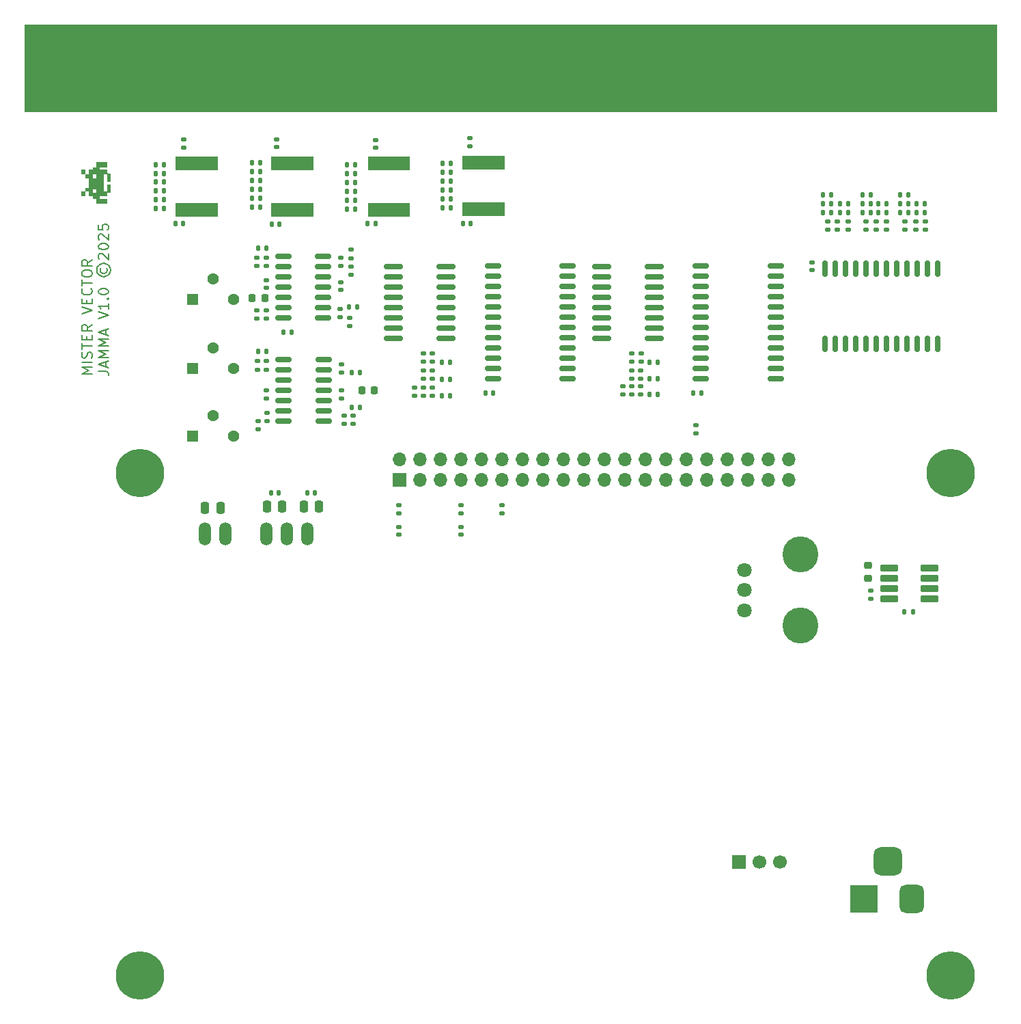
<source format=gbr>
%TF.GenerationSoftware,KiCad,Pcbnew,9.0.2-rc1*%
%TF.CreationDate,2025-07-09T15:34:15-06:00*%
%TF.ProjectId,mister-vector,6d697374-6572-42d7-9665-63746f722e6b,rev?*%
%TF.SameCoordinates,Original*%
%TF.FileFunction,Soldermask,Top*%
%TF.FilePolarity,Negative*%
%FSLAX46Y46*%
G04 Gerber Fmt 4.6, Leading zero omitted, Abs format (unit mm)*
G04 Created by KiCad (PCBNEW 9.0.2-rc1) date 2025-07-09 15:34:15*
%MOMM*%
%LPD*%
G01*
G04 APERTURE LIST*
G04 Aperture macros list*
%AMRoundRect*
0 Rectangle with rounded corners*
0 $1 Rounding radius*
0 $2 $3 $4 $5 $6 $7 $8 $9 X,Y pos of 4 corners*
0 Add a 4 corners polygon primitive as box body*
4,1,4,$2,$3,$4,$5,$6,$7,$8,$9,$2,$3,0*
0 Add four circle primitives for the rounded corners*
1,1,$1+$1,$2,$3*
1,1,$1+$1,$4,$5*
1,1,$1+$1,$6,$7*
1,1,$1+$1,$8,$9*
0 Add four rect primitives between the rounded corners*
20,1,$1+$1,$2,$3,$4,$5,0*
20,1,$1+$1,$4,$5,$6,$7,0*
20,1,$1+$1,$6,$7,$8,$9,0*
20,1,$1+$1,$8,$9,$2,$3,0*%
G04 Aperture macros list end*
%ADD10C,0.203200*%
%ADD11C,0.000000*%
%ADD12C,0.100000*%
%ADD13RoundRect,0.140000X0.170000X-0.140000X0.170000X0.140000X-0.170000X0.140000X-0.170000X-0.140000X0*%
%ADD14C,1.800000*%
%ADD15C,4.460000*%
%ADD16RoundRect,0.150000X0.150000X-0.875000X0.150000X0.875000X-0.150000X0.875000X-0.150000X-0.875000X0*%
%ADD17RoundRect,0.150000X0.825000X0.150000X-0.825000X0.150000X-0.825000X-0.150000X0.825000X-0.150000X0*%
%ADD18RoundRect,0.135000X0.185000X-0.135000X0.185000X0.135000X-0.185000X0.135000X-0.185000X-0.135000X0*%
%ADD19RoundRect,0.135000X-0.185000X0.135000X-0.185000X-0.135000X0.185000X-0.135000X0.185000X0.135000X0*%
%ADD20C,0.800000*%
%ADD21C,6.000000*%
%ADD22RoundRect,0.135000X0.135000X0.185000X-0.135000X0.185000X-0.135000X-0.185000X0.135000X-0.185000X0*%
%ADD23RoundRect,0.135000X-0.135000X-0.185000X0.135000X-0.185000X0.135000X0.185000X-0.135000X0.185000X0*%
%ADD24RoundRect,0.140000X0.140000X0.170000X-0.140000X0.170000X-0.140000X-0.170000X0.140000X-0.170000X0*%
%ADD25RoundRect,0.875000X0.875000X0.875000X-0.875000X0.875000X-0.875000X-0.875000X0.875000X-0.875000X0*%
%ADD26RoundRect,0.750000X0.750000X1.000000X-0.750000X1.000000X-0.750000X-1.000000X0.750000X-1.000000X0*%
%ADD27R,3.500000X3.500000*%
%ADD28RoundRect,0.225000X0.250000X-0.225000X0.250000X0.225000X-0.250000X0.225000X-0.250000X-0.225000X0*%
%ADD29RoundRect,0.076750X0.230250X-0.810250X0.230250X0.810250X-0.230250X0.810250X-0.230250X-0.810250X0*%
%ADD30C,1.700000*%
%ADD31R,1.700000X1.700000*%
%ADD32O,1.524000X2.844800*%
%ADD33RoundRect,0.150000X1.050000X0.150000X-1.050000X0.150000X-1.050000X-0.150000X1.050000X-0.150000X0*%
%ADD34RoundRect,0.150000X0.875000X0.150000X-0.875000X0.150000X-0.875000X-0.150000X0.875000X-0.150000X0*%
%ADD35RoundRect,0.140000X-0.170000X0.140000X-0.170000X-0.140000X0.170000X-0.140000X0.170000X0.140000X0*%
%ADD36RoundRect,0.250000X-0.250000X-0.475000X0.250000X-0.475000X0.250000X0.475000X-0.250000X0.475000X0*%
%ADD37C,1.426000*%
%ADD38RoundRect,0.102000X-0.611000X-0.611000X0.611000X-0.611000X0.611000X0.611000X-0.611000X0.611000X0*%
%ADD39RoundRect,0.250000X0.250000X0.475000X-0.250000X0.475000X-0.250000X-0.475000X0.250000X-0.475000X0*%
%ADD40RoundRect,0.225000X0.225000X0.250000X-0.225000X0.250000X-0.225000X-0.250000X0.225000X-0.250000X0*%
%ADD41RoundRect,0.225000X-0.225000X-0.250000X0.225000X-0.250000X0.225000X0.250000X-0.225000X0.250000X0*%
%ADD42RoundRect,0.100500X-0.986500X-0.301500X0.986500X-0.301500X0.986500X0.301500X-0.986500X0.301500X0*%
%ADD43R,2.350000X8.000000*%
%ADD44O,1.700000X1.700000*%
G04 APERTURE END LIST*
D10*
X52962645Y-80449935D02*
X51692645Y-80449935D01*
X51692645Y-80449935D02*
X52599788Y-80026601D01*
X52599788Y-80026601D02*
X51692645Y-79603268D01*
X51692645Y-79603268D02*
X52962645Y-79603268D01*
X52962645Y-78998506D02*
X51692645Y-78998506D01*
X52902169Y-78454220D02*
X52962645Y-78272791D01*
X52962645Y-78272791D02*
X52962645Y-77970410D01*
X52962645Y-77970410D02*
X52902169Y-77849458D01*
X52902169Y-77849458D02*
X52841692Y-77788982D01*
X52841692Y-77788982D02*
X52720740Y-77728505D01*
X52720740Y-77728505D02*
X52599788Y-77728505D01*
X52599788Y-77728505D02*
X52478835Y-77788982D01*
X52478835Y-77788982D02*
X52418359Y-77849458D01*
X52418359Y-77849458D02*
X52357883Y-77970410D01*
X52357883Y-77970410D02*
X52297407Y-78212315D01*
X52297407Y-78212315D02*
X52236930Y-78333267D01*
X52236930Y-78333267D02*
X52176454Y-78393744D01*
X52176454Y-78393744D02*
X52055502Y-78454220D01*
X52055502Y-78454220D02*
X51934549Y-78454220D01*
X51934549Y-78454220D02*
X51813597Y-78393744D01*
X51813597Y-78393744D02*
X51753121Y-78333267D01*
X51753121Y-78333267D02*
X51692645Y-78212315D01*
X51692645Y-78212315D02*
X51692645Y-77909934D01*
X51692645Y-77909934D02*
X51753121Y-77728505D01*
X51692645Y-77365648D02*
X51692645Y-76639934D01*
X52962645Y-77002791D02*
X51692645Y-77002791D01*
X52297407Y-76216601D02*
X52297407Y-75793267D01*
X52962645Y-75611839D02*
X52962645Y-76216601D01*
X52962645Y-76216601D02*
X51692645Y-76216601D01*
X51692645Y-76216601D02*
X51692645Y-75611839D01*
X52962645Y-74341838D02*
X52357883Y-74765172D01*
X52962645Y-75067553D02*
X51692645Y-75067553D01*
X51692645Y-75067553D02*
X51692645Y-74583743D01*
X51692645Y-74583743D02*
X51753121Y-74462791D01*
X51753121Y-74462791D02*
X51813597Y-74402314D01*
X51813597Y-74402314D02*
X51934549Y-74341838D01*
X51934549Y-74341838D02*
X52115978Y-74341838D01*
X52115978Y-74341838D02*
X52236930Y-74402314D01*
X52236930Y-74402314D02*
X52297407Y-74462791D01*
X52297407Y-74462791D02*
X52357883Y-74583743D01*
X52357883Y-74583743D02*
X52357883Y-75067553D01*
X51692645Y-73011362D02*
X52962645Y-72588029D01*
X52962645Y-72588029D02*
X51692645Y-72164695D01*
X52297407Y-71741363D02*
X52297407Y-71318029D01*
X52962645Y-71136601D02*
X52962645Y-71741363D01*
X52962645Y-71741363D02*
X51692645Y-71741363D01*
X51692645Y-71741363D02*
X51692645Y-71136601D01*
X52841692Y-69866600D02*
X52902169Y-69927076D01*
X52902169Y-69927076D02*
X52962645Y-70108505D01*
X52962645Y-70108505D02*
X52962645Y-70229457D01*
X52962645Y-70229457D02*
X52902169Y-70410886D01*
X52902169Y-70410886D02*
X52781216Y-70531838D01*
X52781216Y-70531838D02*
X52660264Y-70592315D01*
X52660264Y-70592315D02*
X52418359Y-70652791D01*
X52418359Y-70652791D02*
X52236930Y-70652791D01*
X52236930Y-70652791D02*
X51995026Y-70592315D01*
X51995026Y-70592315D02*
X51874073Y-70531838D01*
X51874073Y-70531838D02*
X51753121Y-70410886D01*
X51753121Y-70410886D02*
X51692645Y-70229457D01*
X51692645Y-70229457D02*
X51692645Y-70108505D01*
X51692645Y-70108505D02*
X51753121Y-69927076D01*
X51753121Y-69927076D02*
X51813597Y-69866600D01*
X51692645Y-69503743D02*
X51692645Y-68778029D01*
X52962645Y-69140886D02*
X51692645Y-69140886D01*
X51692645Y-68112791D02*
X51692645Y-67870886D01*
X51692645Y-67870886D02*
X51753121Y-67749934D01*
X51753121Y-67749934D02*
X51874073Y-67628981D01*
X51874073Y-67628981D02*
X52115978Y-67568505D01*
X52115978Y-67568505D02*
X52539311Y-67568505D01*
X52539311Y-67568505D02*
X52781216Y-67628981D01*
X52781216Y-67628981D02*
X52902169Y-67749934D01*
X52902169Y-67749934D02*
X52962645Y-67870886D01*
X52962645Y-67870886D02*
X52962645Y-68112791D01*
X52962645Y-68112791D02*
X52902169Y-68233743D01*
X52902169Y-68233743D02*
X52781216Y-68354696D01*
X52781216Y-68354696D02*
X52539311Y-68415172D01*
X52539311Y-68415172D02*
X52115978Y-68415172D01*
X52115978Y-68415172D02*
X51874073Y-68354696D01*
X51874073Y-68354696D02*
X51753121Y-68233743D01*
X51753121Y-68233743D02*
X51692645Y-68112791D01*
X52962645Y-66298505D02*
X52357883Y-66721839D01*
X52962645Y-67024220D02*
X51692645Y-67024220D01*
X51692645Y-67024220D02*
X51692645Y-66540410D01*
X51692645Y-66540410D02*
X51753121Y-66419458D01*
X51753121Y-66419458D02*
X51813597Y-66358981D01*
X51813597Y-66358981D02*
X51934549Y-66298505D01*
X51934549Y-66298505D02*
X52115978Y-66298505D01*
X52115978Y-66298505D02*
X52236930Y-66358981D01*
X52236930Y-66358981D02*
X52297407Y-66419458D01*
X52297407Y-66419458D02*
X52357883Y-66540410D01*
X52357883Y-66540410D02*
X52357883Y-67024220D01*
X53737274Y-80087077D02*
X54644417Y-80087077D01*
X54644417Y-80087077D02*
X54825845Y-80147554D01*
X54825845Y-80147554D02*
X54946798Y-80268506D01*
X54946798Y-80268506D02*
X55007274Y-80449935D01*
X55007274Y-80449935D02*
X55007274Y-80570887D01*
X54644417Y-79542792D02*
X54644417Y-78938030D01*
X55007274Y-79663744D02*
X53737274Y-79240411D01*
X53737274Y-79240411D02*
X55007274Y-78817077D01*
X55007274Y-78393745D02*
X53737274Y-78393745D01*
X53737274Y-78393745D02*
X54644417Y-77970411D01*
X54644417Y-77970411D02*
X53737274Y-77547078D01*
X53737274Y-77547078D02*
X55007274Y-77547078D01*
X55007274Y-76942316D02*
X53737274Y-76942316D01*
X53737274Y-76942316D02*
X54644417Y-76518982D01*
X54644417Y-76518982D02*
X53737274Y-76095649D01*
X53737274Y-76095649D02*
X55007274Y-76095649D01*
X54644417Y-75551363D02*
X54644417Y-74946601D01*
X55007274Y-75672315D02*
X53737274Y-75248982D01*
X53737274Y-75248982D02*
X55007274Y-74825648D01*
X53737274Y-73616125D02*
X55007274Y-73192792D01*
X55007274Y-73192792D02*
X53737274Y-72769458D01*
X55007274Y-71680887D02*
X55007274Y-72406602D01*
X55007274Y-72043745D02*
X53737274Y-72043745D01*
X53737274Y-72043745D02*
X53918702Y-72164697D01*
X53918702Y-72164697D02*
X54039655Y-72285649D01*
X54039655Y-72285649D02*
X54100131Y-72406602D01*
X54886321Y-71136602D02*
X54946798Y-71076125D01*
X54946798Y-71076125D02*
X55007274Y-71136602D01*
X55007274Y-71136602D02*
X54946798Y-71197078D01*
X54946798Y-71197078D02*
X54886321Y-71136602D01*
X54886321Y-71136602D02*
X55007274Y-71136602D01*
X53737274Y-70289935D02*
X53737274Y-70168982D01*
X53737274Y-70168982D02*
X53797750Y-70048030D01*
X53797750Y-70048030D02*
X53858226Y-69987554D01*
X53858226Y-69987554D02*
X53979178Y-69927078D01*
X53979178Y-69927078D02*
X54221083Y-69866601D01*
X54221083Y-69866601D02*
X54523464Y-69866601D01*
X54523464Y-69866601D02*
X54765369Y-69927078D01*
X54765369Y-69927078D02*
X54886321Y-69987554D01*
X54886321Y-69987554D02*
X54946798Y-70048030D01*
X54946798Y-70048030D02*
X55007274Y-70168982D01*
X55007274Y-70168982D02*
X55007274Y-70289935D01*
X55007274Y-70289935D02*
X54946798Y-70410887D01*
X54946798Y-70410887D02*
X54886321Y-70471363D01*
X54886321Y-70471363D02*
X54765369Y-70531840D01*
X54765369Y-70531840D02*
X54523464Y-70592316D01*
X54523464Y-70592316D02*
X54221083Y-70592316D01*
X54221083Y-70592316D02*
X53979178Y-70531840D01*
X53979178Y-70531840D02*
X53858226Y-70471363D01*
X53858226Y-70471363D02*
X53797750Y-70410887D01*
X53797750Y-70410887D02*
X53737274Y-70289935D01*
X54039655Y-67326601D02*
X53979178Y-67447554D01*
X53979178Y-67447554D02*
X53979178Y-67689458D01*
X53979178Y-67689458D02*
X54039655Y-67810411D01*
X54039655Y-67810411D02*
X54160607Y-67931363D01*
X54160607Y-67931363D02*
X54281559Y-67991839D01*
X54281559Y-67991839D02*
X54523464Y-67991839D01*
X54523464Y-67991839D02*
X54644417Y-67931363D01*
X54644417Y-67931363D02*
X54765369Y-67810411D01*
X54765369Y-67810411D02*
X54825845Y-67689458D01*
X54825845Y-67689458D02*
X54825845Y-67447554D01*
X54825845Y-67447554D02*
X54765369Y-67326601D01*
X53555845Y-67568506D02*
X53616321Y-67870887D01*
X53616321Y-67870887D02*
X53797750Y-68173268D01*
X53797750Y-68173268D02*
X54100131Y-68354697D01*
X54100131Y-68354697D02*
X54402512Y-68415173D01*
X54402512Y-68415173D02*
X54704893Y-68354697D01*
X54704893Y-68354697D02*
X55007274Y-68173268D01*
X55007274Y-68173268D02*
X55188702Y-67870887D01*
X55188702Y-67870887D02*
X55249178Y-67568506D01*
X55249178Y-67568506D02*
X55188702Y-67266125D01*
X55188702Y-67266125D02*
X55007274Y-66963744D01*
X55007274Y-66963744D02*
X54704893Y-66782316D01*
X54704893Y-66782316D02*
X54402512Y-66721839D01*
X54402512Y-66721839D02*
X54100131Y-66782316D01*
X54100131Y-66782316D02*
X53797750Y-66963744D01*
X53797750Y-66963744D02*
X53616321Y-67266125D01*
X53616321Y-67266125D02*
X53555845Y-67568506D01*
X53858226Y-66238030D02*
X53797750Y-66177554D01*
X53797750Y-66177554D02*
X53737274Y-66056601D01*
X53737274Y-66056601D02*
X53737274Y-65754220D01*
X53737274Y-65754220D02*
X53797750Y-65633268D01*
X53797750Y-65633268D02*
X53858226Y-65572792D01*
X53858226Y-65572792D02*
X53979178Y-65512315D01*
X53979178Y-65512315D02*
X54100131Y-65512315D01*
X54100131Y-65512315D02*
X54281559Y-65572792D01*
X54281559Y-65572792D02*
X55007274Y-66298506D01*
X55007274Y-66298506D02*
X55007274Y-65512315D01*
X53737274Y-64726125D02*
X53737274Y-64605172D01*
X53737274Y-64605172D02*
X53797750Y-64484220D01*
X53797750Y-64484220D02*
X53858226Y-64423744D01*
X53858226Y-64423744D02*
X53979178Y-64363268D01*
X53979178Y-64363268D02*
X54221083Y-64302791D01*
X54221083Y-64302791D02*
X54523464Y-64302791D01*
X54523464Y-64302791D02*
X54765369Y-64363268D01*
X54765369Y-64363268D02*
X54886321Y-64423744D01*
X54886321Y-64423744D02*
X54946798Y-64484220D01*
X54946798Y-64484220D02*
X55007274Y-64605172D01*
X55007274Y-64605172D02*
X55007274Y-64726125D01*
X55007274Y-64726125D02*
X54946798Y-64847077D01*
X54946798Y-64847077D02*
X54886321Y-64907553D01*
X54886321Y-64907553D02*
X54765369Y-64968030D01*
X54765369Y-64968030D02*
X54523464Y-65028506D01*
X54523464Y-65028506D02*
X54221083Y-65028506D01*
X54221083Y-65028506D02*
X53979178Y-64968030D01*
X53979178Y-64968030D02*
X53858226Y-64907553D01*
X53858226Y-64907553D02*
X53797750Y-64847077D01*
X53797750Y-64847077D02*
X53737274Y-64726125D01*
X53858226Y-63818982D02*
X53797750Y-63758506D01*
X53797750Y-63758506D02*
X53737274Y-63637553D01*
X53737274Y-63637553D02*
X53737274Y-63335172D01*
X53737274Y-63335172D02*
X53797750Y-63214220D01*
X53797750Y-63214220D02*
X53858226Y-63153744D01*
X53858226Y-63153744D02*
X53979178Y-63093267D01*
X53979178Y-63093267D02*
X54100131Y-63093267D01*
X54100131Y-63093267D02*
X54281559Y-63153744D01*
X54281559Y-63153744D02*
X55007274Y-63879458D01*
X55007274Y-63879458D02*
X55007274Y-63093267D01*
X53737274Y-61944220D02*
X53737274Y-62548982D01*
X53737274Y-62548982D02*
X54342036Y-62609458D01*
X54342036Y-62609458D02*
X54281559Y-62548982D01*
X54281559Y-62548982D02*
X54221083Y-62428029D01*
X54221083Y-62428029D02*
X54221083Y-62125648D01*
X54221083Y-62125648D02*
X54281559Y-62004696D01*
X54281559Y-62004696D02*
X54342036Y-61944220D01*
X54342036Y-61944220D02*
X54462988Y-61883743D01*
X54462988Y-61883743D02*
X54765369Y-61883743D01*
X54765369Y-61883743D02*
X54886321Y-61944220D01*
X54886321Y-61944220D02*
X54946798Y-62004696D01*
X54946798Y-62004696D02*
X55007274Y-62125648D01*
X55007274Y-62125648D02*
X55007274Y-62428029D01*
X55007274Y-62428029D02*
X54946798Y-62548982D01*
X54946798Y-62548982D02*
X54886321Y-62609458D01*
D11*
%TO.C,G\u002A\u002A\u002A*%
G36*
X52125918Y-55742857D02*
G01*
X51671811Y-55742857D01*
X51671811Y-55139045D01*
X52125918Y-55139045D01*
X52125918Y-55742857D01*
G37*
G36*
X52125918Y-58472483D02*
G01*
X51671811Y-58472483D01*
X51671811Y-57868672D01*
X52125918Y-57868672D01*
X52125918Y-58472483D01*
G37*
G36*
X54854336Y-54531473D02*
G01*
X54853049Y-54832149D01*
X53944837Y-54837139D01*
X53943437Y-54976864D01*
X53943167Y-55013746D01*
X53943107Y-55047785D01*
X53943243Y-55077580D01*
X53943564Y-55101730D01*
X53944058Y-55118834D01*
X53944711Y-55127490D01*
X53944780Y-55127817D01*
X53947522Y-55139045D01*
X54855544Y-55139045D01*
X54855544Y-55593050D01*
X55081350Y-55594348D01*
X55307155Y-55595646D01*
X55307155Y-56653564D01*
X55081376Y-56654862D01*
X54855597Y-56656161D01*
X54854323Y-56200756D01*
X54853049Y-55745352D01*
X54627244Y-55744053D01*
X54401438Y-55742755D01*
X54401438Y-57868774D01*
X54627244Y-57867475D01*
X54853049Y-57866177D01*
X54854323Y-57410772D01*
X54855597Y-56955368D01*
X55081376Y-56956666D01*
X55307155Y-56957965D01*
X55308426Y-57484821D01*
X55308567Y-57556500D01*
X55308642Y-57625365D01*
X55308654Y-57690761D01*
X55308604Y-57752033D01*
X55308496Y-57808524D01*
X55308332Y-57859580D01*
X55308114Y-57904543D01*
X55307846Y-57942760D01*
X55307529Y-57973573D01*
X55307166Y-57996327D01*
X55306760Y-58010366D01*
X55306346Y-58015028D01*
X55300814Y-58015720D01*
X55286320Y-58016364D01*
X55263880Y-58016945D01*
X55234514Y-58017447D01*
X55199239Y-58017856D01*
X55159072Y-58018157D01*
X55115031Y-58018334D01*
X55079271Y-58018377D01*
X54855544Y-58018377D01*
X54855544Y-58472483D01*
X53947522Y-58472483D01*
X53944780Y-58483711D01*
X53944112Y-58491508D01*
X53943603Y-58507882D01*
X53943266Y-58531434D01*
X53943111Y-58560761D01*
X53943153Y-58594463D01*
X53943403Y-58631138D01*
X53943437Y-58634664D01*
X53944837Y-58774389D01*
X54853049Y-58779379D01*
X54854336Y-59080055D01*
X54855622Y-59380731D01*
X54173177Y-59379466D01*
X53490731Y-59378200D01*
X53489444Y-59077593D01*
X53488236Y-58795219D01*
X53488158Y-58776986D01*
X53262391Y-58775687D01*
X53036625Y-58774389D01*
X53033983Y-58472483D01*
X52580024Y-58472483D01*
X52580024Y-57868672D01*
X52125918Y-57868672D01*
X52125918Y-57564271D01*
X53034028Y-57564271D01*
X53035326Y-57790077D01*
X53036625Y-58015882D01*
X53262430Y-58017181D01*
X53488236Y-58018479D01*
X53488236Y-57564271D01*
X53034028Y-57564271D01*
X52125918Y-57564271D01*
X52125918Y-57414668D01*
X52351723Y-57413369D01*
X52577529Y-57412071D01*
X52577529Y-56199458D01*
X52351723Y-56198159D01*
X52125918Y-56196861D01*
X52125918Y-55868332D01*
X53034917Y-55868332D01*
X53034936Y-55909120D01*
X53035089Y-55953341D01*
X53035239Y-55979890D01*
X53036625Y-56194468D01*
X53262430Y-56195766D01*
X53488236Y-56197064D01*
X53488236Y-55742857D01*
X53039310Y-55742857D01*
X53036581Y-55754084D01*
X53036035Y-55761338D01*
X53035589Y-55777481D01*
X53035249Y-55801422D01*
X53035023Y-55832069D01*
X53034917Y-55868332D01*
X52125918Y-55868332D01*
X52125918Y-55742857D01*
X52580024Y-55742857D01*
X52580024Y-55139045D01*
X53033983Y-55139045D01*
X53036625Y-54837139D01*
X53262391Y-54835841D01*
X53488158Y-54834543D01*
X53489444Y-54533935D01*
X53490731Y-54233328D01*
X54173177Y-54232063D01*
X54855622Y-54230797D01*
X54854336Y-54531473D01*
G37*
%TO.C,J8*%
D12*
X44624000Y-37186000D02*
X165124000Y-37186000D01*
X165124000Y-47936000D01*
X44624000Y-47936000D01*
X44624000Y-37186000D01*
G36*
X44624000Y-37186000D02*
G01*
X165124000Y-37186000D01*
X165124000Y-47936000D01*
X44624000Y-47936000D01*
X44624000Y-37186000D01*
G37*
%TD*%
D13*
%TO.C,C18*%
X83908000Y-83466000D03*
X83908000Y-82506000D03*
%TD*%
D14*
%TO.C,VR4*%
X133808000Y-104731000D03*
X133808000Y-107231000D03*
X133808000Y-109731000D03*
D15*
X140808000Y-102831000D03*
X140808000Y-111631000D03*
%TD*%
D16*
%TO.C,U8*%
X143833000Y-76736000D03*
X145103000Y-76736000D03*
X146373000Y-76736000D03*
X147643000Y-76736000D03*
X148913000Y-76736000D03*
X150183000Y-76736000D03*
X151453000Y-76736000D03*
X152723000Y-76736000D03*
X153993000Y-76736000D03*
X155263000Y-76736000D03*
X156533000Y-76736000D03*
X157803000Y-76736000D03*
X157803000Y-67436000D03*
X156533000Y-67436000D03*
X155263000Y-67436000D03*
X153993000Y-67436000D03*
X152723000Y-67436000D03*
X151453000Y-67436000D03*
X150183000Y-67436000D03*
X148913000Y-67436000D03*
X147643000Y-67436000D03*
X146373000Y-67436000D03*
X145103000Y-67436000D03*
X143833000Y-67436000D03*
%TD*%
D17*
%TO.C,U14*%
X76698000Y-73526000D03*
X76698000Y-72256000D03*
X76698000Y-70986000D03*
X76698000Y-69716000D03*
X76698000Y-68446000D03*
X76698000Y-67176000D03*
X76698000Y-65906000D03*
X81648000Y-65906000D03*
X81648000Y-67176000D03*
X81648000Y-68446000D03*
X81648000Y-69716000D03*
X81648000Y-70986000D03*
X81648000Y-72256000D03*
X81648000Y-73526000D03*
%TD*%
D18*
%TO.C,R78*%
X74598000Y-66076000D03*
X74598000Y-67096000D03*
%TD*%
D13*
%TO.C,C11*%
X99838000Y-51262000D03*
X99838000Y-52222000D03*
%TD*%
D18*
%TO.C,R81*%
X73398000Y-72556000D03*
X73398000Y-73576000D03*
%TD*%
D19*
%TO.C,R1*%
X156283000Y-61582000D03*
X156283000Y-62602000D03*
%TD*%
D20*
%TO.C,H3*%
X161639000Y-92711000D03*
X160979990Y-94301990D03*
X160979990Y-91120010D03*
X159389000Y-94961000D03*
D21*
X159389000Y-92711000D03*
D20*
X159389000Y-90461000D03*
X157798010Y-94301990D03*
X157798010Y-91120010D03*
X157139000Y-92711000D03*
%TD*%
D22*
%TO.C,R48*%
X60845500Y-57794236D03*
X61865500Y-57794236D03*
%TD*%
%TO.C,R63*%
X85188000Y-80286000D03*
X86208000Y-80286000D03*
%TD*%
%TO.C,R60*%
X72793000Y-55386000D03*
X73813000Y-55386000D03*
%TD*%
D19*
%TO.C,R82*%
X74598000Y-73596000D03*
X74598000Y-72576000D03*
%TD*%
D23*
%TO.C,R16*%
X148473000Y-58292000D03*
X149493000Y-58292000D03*
%TD*%
D24*
%TO.C,C12*%
X75228000Y-61886000D03*
X76188000Y-61886000D03*
%TD*%
D19*
%TO.C,R35*%
X121064000Y-78921000D03*
X121064000Y-77901000D03*
%TD*%
D24*
%TO.C,C1*%
X80628000Y-95148400D03*
X79668000Y-95148400D03*
%TD*%
D19*
%TO.C,R62*%
X73498000Y-79896000D03*
X73498000Y-78876000D03*
%TD*%
D24*
%TO.C,C4*%
X76128000Y-95148400D03*
X75168000Y-95148400D03*
%TD*%
D22*
%TO.C,R51*%
X84555500Y-54528501D03*
X85575500Y-54528501D03*
%TD*%
%TO.C,R2*%
X156193000Y-60482000D03*
X155173000Y-60482000D03*
%TD*%
%TO.C,R49*%
X60845500Y-58894236D03*
X61865500Y-58894236D03*
%TD*%
D19*
%TO.C,R31*%
X95164000Y-82126000D03*
X95164000Y-83146000D03*
%TD*%
D22*
%TO.C,R45*%
X60845500Y-54544236D03*
X61865500Y-54544236D03*
%TD*%
D19*
%TO.C,R25*%
X95164000Y-77926000D03*
X95164000Y-78946000D03*
%TD*%
D23*
%TO.C,R43*%
X123074000Y-83011000D03*
X122054000Y-83011000D03*
%TD*%
D18*
%TO.C,R71*%
X85098000Y-65076000D03*
X85098000Y-66096000D03*
%TD*%
D22*
%TO.C,R84*%
X72793000Y-57586000D03*
X73813000Y-57586000D03*
%TD*%
D25*
%TO.C,J10*%
X151630000Y-140786000D03*
D26*
X154630000Y-145486000D03*
D27*
X148630000Y-145486000D03*
%TD*%
D20*
%TO.C,H2*%
X61182000Y-92711000D03*
X60522990Y-94301990D03*
X60522990Y-91120010D03*
X58932000Y-94961000D03*
D21*
X58932000Y-92711000D03*
D20*
X58932000Y-90461000D03*
X57341010Y-94301990D03*
X57341010Y-91120010D03*
X56682000Y-92711000D03*
%TD*%
D13*
%TO.C,C24*%
X142208000Y-67566000D03*
X142208000Y-66606000D03*
%TD*%
D19*
%TO.C,R15*%
X148883000Y-61582000D03*
X148883000Y-62602000D03*
%TD*%
D22*
%TO.C,R90*%
X96388000Y-57686000D03*
X97408000Y-57686000D03*
%TD*%
D18*
%TO.C,R44*%
X118764000Y-82001000D03*
X118764000Y-83021000D03*
%TD*%
D22*
%TO.C,R3*%
X156193000Y-59392000D03*
X155173000Y-59392000D03*
%TD*%
%TO.C,R56*%
X84555500Y-60028501D03*
X85575500Y-60028501D03*
%TD*%
%TO.C,R46*%
X60845500Y-55594236D03*
X61865500Y-55594236D03*
%TD*%
D23*
%TO.C,R37*%
X123074000Y-79011000D03*
X122054000Y-79011000D03*
%TD*%
D19*
%TO.C,R36*%
X119864000Y-78921000D03*
X119864000Y-77901000D03*
%TD*%
D22*
%TO.C,R76*%
X84788000Y-72186000D03*
X85808000Y-72186000D03*
%TD*%
%TO.C,R11*%
X151493000Y-59392000D03*
X150473000Y-59392000D03*
%TD*%
D28*
%TO.C,C47*%
X149208000Y-104186000D03*
X149208000Y-105736000D03*
%TD*%
D13*
%TO.C,C40*%
X91008000Y-99406000D03*
X91008000Y-100366000D03*
%TD*%
D19*
%TO.C,R17*%
X146683000Y-61582000D03*
X146683000Y-62602000D03*
%TD*%
D13*
%TO.C,C7*%
X88165500Y-51448501D03*
X88165500Y-52408501D03*
%TD*%
D22*
%TO.C,R13*%
X149493000Y-60492000D03*
X148473000Y-60492000D03*
%TD*%
D19*
%TO.C,R98*%
X91008000Y-97696000D03*
X91008000Y-96676000D03*
%TD*%
D29*
%TO.C,U10*%
X99213000Y-54316000D03*
X99863000Y-54316000D03*
X100513000Y-54316000D03*
X101163000Y-54316000D03*
X101813000Y-54316000D03*
X102463000Y-54316000D03*
X103113000Y-54316000D03*
X103763000Y-54316000D03*
X103763000Y-60056000D03*
X103113000Y-60056000D03*
X102463000Y-60056000D03*
X101813000Y-60056000D03*
X101163000Y-60056000D03*
X100513000Y-60056000D03*
X99863000Y-60056000D03*
X99213000Y-60056000D03*
%TD*%
D18*
%TO.C,R65*%
X74598000Y-78876000D03*
X74598000Y-79896000D03*
%TD*%
D13*
%TO.C,C6*%
X64365500Y-51434236D03*
X64365500Y-52394236D03*
%TD*%
D22*
%TO.C,R14*%
X149493000Y-59392000D03*
X148473000Y-59392000D03*
%TD*%
D19*
%TO.C,R9*%
X151483000Y-61582000D03*
X151483000Y-62602000D03*
%TD*%
%TO.C,R23*%
X144183000Y-61582000D03*
X144183000Y-62602000D03*
%TD*%
D23*
%TO.C,R8*%
X153173000Y-58292000D03*
X154193000Y-58292000D03*
%TD*%
D22*
%TO.C,R19*%
X146693000Y-59392000D03*
X145673000Y-59392000D03*
%TD*%
%TO.C,R5*%
X154193000Y-60492000D03*
X153173000Y-60492000D03*
%TD*%
D29*
%TO.C,U5*%
X87490500Y-54358501D03*
X88140500Y-54358501D03*
X88790500Y-54358501D03*
X89440500Y-54358501D03*
X90090500Y-54358501D03*
X90740500Y-54358501D03*
X91390500Y-54358501D03*
X92040500Y-54358501D03*
X92040500Y-60098501D03*
X91390500Y-60098501D03*
X90740500Y-60098501D03*
X90090500Y-60098501D03*
X89440500Y-60098501D03*
X88790500Y-60098501D03*
X88140500Y-60098501D03*
X87490500Y-60098501D03*
%TD*%
D13*
%TO.C,C41*%
X98708000Y-99406000D03*
X98708000Y-100366000D03*
%TD*%
D18*
%TO.C,R99*%
X149508000Y-107251000D03*
X149508000Y-108271000D03*
%TD*%
D30*
%TO.C,J100*%
X138208000Y-140886000D03*
X135668000Y-140886000D03*
D31*
X133128000Y-140886000D03*
%TD*%
D22*
%TO.C,R73*%
X73588000Y-64886000D03*
X74608000Y-64886000D03*
%TD*%
D29*
%TO.C,U4*%
X63690500Y-54344236D03*
X64340500Y-54344236D03*
X64990500Y-54344236D03*
X65640500Y-54344236D03*
X66290500Y-54344236D03*
X66940500Y-54344236D03*
X67590500Y-54344236D03*
X68240500Y-54344236D03*
X68240500Y-60084236D03*
X67590500Y-60084236D03*
X66940500Y-60084236D03*
X66290500Y-60084236D03*
X65640500Y-60084236D03*
X64990500Y-60084236D03*
X64340500Y-60084236D03*
X63690500Y-60084236D03*
%TD*%
D32*
%TO.C,U1*%
X66948000Y-100247000D03*
X69488000Y-100247000D03*
X74568000Y-100247000D03*
X77108000Y-100247000D03*
X79648000Y-100247000D03*
%TD*%
D23*
%TO.C,R27*%
X96354000Y-79036000D03*
X97374000Y-79036000D03*
%TD*%
D13*
%TO.C,C10*%
X75808000Y-51406000D03*
X75808000Y-52366000D03*
%TD*%
D19*
%TO.C,R70*%
X85298000Y-86596000D03*
X85298000Y-85576000D03*
%TD*%
D22*
%TO.C,R50*%
X60845500Y-59994236D03*
X61865500Y-59994236D03*
%TD*%
D18*
%TO.C,R67*%
X84198000Y-85576000D03*
X84198000Y-86596000D03*
%TD*%
D20*
%TO.C,H4*%
X61182000Y-154941000D03*
X60522990Y-156531990D03*
X60522990Y-153350010D03*
X58932000Y-157191000D03*
D21*
X58932000Y-154941000D03*
D20*
X58932000Y-152691000D03*
X57341010Y-156531990D03*
X57341010Y-153350010D03*
X56682000Y-154941000D03*
%TD*%
D18*
%TO.C,R34*%
X92964000Y-83146000D03*
X92964000Y-82126000D03*
%TD*%
D19*
%TO.C,R57*%
X127808000Y-87796000D03*
X127808000Y-86776000D03*
%TD*%
%TO.C,R79*%
X83698000Y-73396000D03*
X83698000Y-72376000D03*
%TD*%
D22*
%TO.C,R86*%
X72793000Y-59786000D03*
X73813000Y-59786000D03*
%TD*%
%TO.C,R101*%
X153698000Y-109886000D03*
X154718000Y-109886000D03*
%TD*%
D33*
%TO.C,U3*%
X116158000Y-76006000D03*
X116158000Y-74736000D03*
X116158000Y-73466000D03*
X116158000Y-72196000D03*
X116158000Y-70926000D03*
X116158000Y-69656000D03*
X116158000Y-68386000D03*
X116158000Y-67116000D03*
X122658000Y-67116000D03*
X122658000Y-68386000D03*
X122658000Y-69656000D03*
X122658000Y-70926000D03*
X122658000Y-72196000D03*
X122658000Y-73466000D03*
X122658000Y-74736000D03*
X122658000Y-76006000D03*
%TD*%
D34*
%TO.C,U9*%
X128458000Y-81046000D03*
X128458000Y-79776000D03*
X128458000Y-78506000D03*
X128458000Y-77236000D03*
X128458000Y-75966000D03*
X128458000Y-74696000D03*
X128458000Y-73426000D03*
X128458000Y-72156000D03*
X128458000Y-70886000D03*
X128458000Y-69616000D03*
X128458000Y-68346000D03*
X128458000Y-67076000D03*
X137758000Y-67076000D03*
X137758000Y-68346000D03*
X137758000Y-69616000D03*
X137758000Y-70886000D03*
X137758000Y-72156000D03*
X137758000Y-73426000D03*
X137758000Y-74696000D03*
X137758000Y-75966000D03*
X137758000Y-77236000D03*
X137758000Y-78506000D03*
X137758000Y-79776000D03*
X137758000Y-81046000D03*
%TD*%
D19*
%TO.C,R26*%
X94064000Y-77926000D03*
X94064000Y-78946000D03*
%TD*%
%TO.C,R72*%
X84898000Y-74496000D03*
X84898000Y-73476000D03*
%TD*%
D35*
%TO.C,C21*%
X74608000Y-69766000D03*
X74608000Y-68806000D03*
%TD*%
D22*
%TO.C,R54*%
X84555500Y-57828501D03*
X85575500Y-57828501D03*
%TD*%
%TO.C,R21*%
X144593000Y-60492000D03*
X143573000Y-60492000D03*
%TD*%
D18*
%TO.C,R58*%
X103808000Y-96676000D03*
X103808000Y-97696000D03*
%TD*%
D19*
%TO.C,R4*%
X155083000Y-61582000D03*
X155083000Y-62602000D03*
%TD*%
D22*
%TO.C,R53*%
X84555500Y-56728501D03*
X85575500Y-56728501D03*
%TD*%
D18*
%TO.C,R74*%
X85098000Y-67186000D03*
X85098000Y-68206000D03*
%TD*%
D36*
%TO.C,C3*%
X66998000Y-97048400D03*
X68898000Y-97048400D03*
%TD*%
D22*
%TO.C,R10*%
X151493000Y-60492000D03*
X150473000Y-60492000D03*
%TD*%
D23*
%TO.C,R30*%
X96354000Y-81136000D03*
X97374000Y-81136000D03*
%TD*%
D22*
%TO.C,R87*%
X96388000Y-54386000D03*
X97408000Y-54386000D03*
%TD*%
D23*
%TO.C,R33*%
X96354000Y-83136000D03*
X97374000Y-83136000D03*
%TD*%
D22*
%TO.C,R18*%
X146693000Y-60492000D03*
X145673000Y-60492000D03*
%TD*%
D19*
%TO.C,R38*%
X120964000Y-81021000D03*
X120964000Y-80001000D03*
%TD*%
%TO.C,R39*%
X119864000Y-81021000D03*
X119864000Y-80001000D03*
%TD*%
D22*
%TO.C,R52*%
X84555500Y-55628501D03*
X85575500Y-55628501D03*
%TD*%
D23*
%TO.C,R40*%
X123074000Y-81011000D03*
X122054000Y-81011000D03*
%TD*%
D24*
%TO.C,C9*%
X87128000Y-61786000D03*
X88088000Y-61786000D03*
%TD*%
D37*
%TO.C,VR3*%
X70482500Y-88156000D03*
X67942500Y-85616000D03*
D38*
X65402500Y-88156000D03*
%TD*%
D22*
%TO.C,R6*%
X154193000Y-59392000D03*
X153173000Y-59392000D03*
%TD*%
D37*
%TO.C,VR2*%
X70482500Y-79756000D03*
X67942500Y-77216000D03*
D38*
X65402500Y-79756000D03*
%TD*%
D19*
%TO.C,R66*%
X73598000Y-87296000D03*
X73598000Y-86276000D03*
%TD*%
D34*
%TO.C,U7*%
X111958000Y-81071000D03*
X111958000Y-79801000D03*
X111958000Y-78531000D03*
X111958000Y-77261000D03*
X111958000Y-75991000D03*
X111958000Y-74721000D03*
X111958000Y-73451000D03*
X111958000Y-72181000D03*
X111958000Y-70911000D03*
X111958000Y-69641000D03*
X111958000Y-68371000D03*
X111958000Y-67101000D03*
X102658000Y-67101000D03*
X102658000Y-68371000D03*
X102658000Y-69641000D03*
X102658000Y-70911000D03*
X102658000Y-72181000D03*
X102658000Y-73451000D03*
X102658000Y-74721000D03*
X102658000Y-75991000D03*
X102658000Y-77261000D03*
X102658000Y-78531000D03*
X102658000Y-79801000D03*
X102658000Y-81071000D03*
%TD*%
D22*
%TO.C,R91*%
X96388000Y-58786000D03*
X97408000Y-58786000D03*
%TD*%
%TO.C,R61*%
X73588000Y-77686000D03*
X74608000Y-77686000D03*
%TD*%
%TO.C,R89*%
X96388000Y-56586000D03*
X97408000Y-56586000D03*
%TD*%
D19*
%TO.C,R68*%
X74698000Y-86296000D03*
X74698000Y-85276000D03*
%TD*%
%TO.C,R20*%
X145383000Y-61582000D03*
X145383000Y-62602000D03*
%TD*%
%TO.C,R32*%
X94064000Y-82126000D03*
X94064000Y-83146000D03*
%TD*%
D39*
%TO.C,C2*%
X81098000Y-96848400D03*
X79198000Y-96848400D03*
%TD*%
D19*
%TO.C,R28*%
X95164000Y-80026000D03*
X95164000Y-81046000D03*
%TD*%
D22*
%TO.C,R69*%
X85188000Y-84586000D03*
X86208000Y-84586000D03*
%TD*%
D33*
%TO.C,U2*%
X96858000Y-76031000D03*
X96858000Y-74761000D03*
X96858000Y-73491000D03*
X96858000Y-72221000D03*
X96858000Y-70951000D03*
X96858000Y-69681000D03*
X96858000Y-68411000D03*
X96858000Y-67141000D03*
X90358000Y-67141000D03*
X90358000Y-68411000D03*
X90358000Y-69681000D03*
X90358000Y-70951000D03*
X90358000Y-72221000D03*
X90358000Y-73491000D03*
X90358000Y-74761000D03*
X90358000Y-76031000D03*
%TD*%
D29*
%TO.C,U6*%
X75533000Y-54386000D03*
X76183000Y-54386000D03*
X76833000Y-54386000D03*
X77483000Y-54386000D03*
X78133000Y-54386000D03*
X78783000Y-54386000D03*
X79433000Y-54386000D03*
X80083000Y-54386000D03*
X80083000Y-60126000D03*
X79433000Y-60126000D03*
X78783000Y-60126000D03*
X78133000Y-60126000D03*
X77483000Y-60126000D03*
X76833000Y-60126000D03*
X76183000Y-60126000D03*
X75533000Y-60126000D03*
%TD*%
D22*
%TO.C,R85*%
X72793000Y-58686000D03*
X73813000Y-58686000D03*
%TD*%
D24*
%TO.C,C13*%
X98928000Y-61786000D03*
X99888000Y-61786000D03*
%TD*%
D36*
%TO.C,C5*%
X74642000Y-96858100D03*
X76542000Y-96858100D03*
%TD*%
D22*
%TO.C,R92*%
X96388000Y-59886000D03*
X97408000Y-59886000D03*
%TD*%
D17*
%TO.C,U13*%
X76723000Y-86296000D03*
X76723000Y-85026000D03*
X76723000Y-83756000D03*
X76723000Y-82486000D03*
X76723000Y-81216000D03*
X76723000Y-79946000D03*
X76723000Y-78676000D03*
X81673000Y-78676000D03*
X81673000Y-79946000D03*
X81673000Y-81216000D03*
X81673000Y-82486000D03*
X81673000Y-83756000D03*
X81673000Y-85026000D03*
X81673000Y-86296000D03*
%TD*%
D19*
%TO.C,R29*%
X94064000Y-80026000D03*
X94064000Y-81046000D03*
%TD*%
D22*
%TO.C,R55*%
X84555500Y-58928501D03*
X85575500Y-58928501D03*
%TD*%
D37*
%TO.C,VR1*%
X70482500Y-71256000D03*
X67942500Y-68716000D03*
D38*
X65402500Y-71256000D03*
%TD*%
D19*
%TO.C,R97*%
X98708000Y-97696000D03*
X98708000Y-96676000D03*
%TD*%
D24*
%TO.C,C22*%
X102688000Y-82786000D03*
X101728000Y-82786000D03*
%TD*%
D22*
%TO.C,R59*%
X72773000Y-54286000D03*
X73793000Y-54286000D03*
%TD*%
%TO.C,R47*%
X60845500Y-56694236D03*
X61865500Y-56694236D03*
%TD*%
D19*
%TO.C,R7*%
X153783000Y-61582000D03*
X153783000Y-62602000D03*
%TD*%
D40*
%TO.C,C16*%
X72823000Y-71086000D03*
X74373000Y-71086000D03*
%TD*%
D13*
%TO.C,C19*%
X74608000Y-82506000D03*
X74608000Y-83466000D03*
%TD*%
D41*
%TO.C,C17*%
X87973000Y-82486000D03*
X86423000Y-82486000D03*
%TD*%
D20*
%TO.C,H1*%
X161639000Y-154941000D03*
X160979990Y-156531990D03*
X160979990Y-153350010D03*
X159389000Y-157191000D03*
D21*
X159389000Y-154941000D03*
D20*
X159389000Y-152691000D03*
X157798010Y-156531990D03*
X157798010Y-153350010D03*
X157139000Y-154941000D03*
%TD*%
D22*
%TO.C,R22*%
X144593000Y-59392000D03*
X143573000Y-59392000D03*
%TD*%
D19*
%TO.C,R12*%
X150183000Y-61582000D03*
X150183000Y-62602000D03*
%TD*%
D42*
%TO.C,U12*%
X156762000Y-104456000D03*
X156762000Y-105726000D03*
X156762000Y-106996000D03*
X156762000Y-108266000D03*
X151822000Y-108266000D03*
X151822000Y-106996000D03*
X151822000Y-105726000D03*
X151822000Y-104456000D03*
%TD*%
D24*
%TO.C,C8*%
X63328000Y-61786000D03*
X64288000Y-61786000D03*
%TD*%
D19*
%TO.C,R42*%
X119864000Y-83021000D03*
X119864000Y-82001000D03*
%TD*%
D23*
%TO.C,R24*%
X143573000Y-58292000D03*
X144593000Y-58292000D03*
%TD*%
D18*
%TO.C,R64*%
X83898000Y-79276000D03*
X83898000Y-80296000D03*
%TD*%
D23*
%TO.C,R80*%
X77708000Y-75286000D03*
X76688000Y-75286000D03*
%TD*%
D24*
%TO.C,C23*%
X127528000Y-82786000D03*
X128488000Y-82786000D03*
%TD*%
D22*
%TO.C,R88*%
X96388000Y-55486000D03*
X97408000Y-55486000D03*
%TD*%
%TO.C,R83*%
X72793000Y-56486000D03*
X73813000Y-56486000D03*
%TD*%
D19*
%TO.C,R75*%
X73398000Y-67096000D03*
X73398000Y-66076000D03*
%TD*%
D43*
%TO.C,J8*%
X51804000Y-43986000D03*
X55764000Y-43986000D03*
X59724000Y-43986000D03*
X63684000Y-43986000D03*
X67644000Y-43986000D03*
X71604000Y-43986000D03*
X75564000Y-43986000D03*
X79524000Y-43986000D03*
X83484000Y-43986000D03*
X87444000Y-43986000D03*
X91404000Y-43986000D03*
X95364000Y-43986000D03*
X99324000Y-43986000D03*
X103284000Y-43986000D03*
X107244000Y-43986000D03*
X111204000Y-43986000D03*
X115164000Y-43986000D03*
X119124000Y-43986000D03*
X123084000Y-43986000D03*
X127044000Y-43986000D03*
X131004000Y-43986000D03*
X138924000Y-43986000D03*
X142884000Y-43986000D03*
X146844000Y-43986000D03*
X150804000Y-43986000D03*
X154764000Y-43986000D03*
X158724000Y-43986000D03*
X51804000Y-43986000D03*
X55764000Y-43986000D03*
X59724000Y-43986000D03*
X63684000Y-43986000D03*
X67644000Y-43986000D03*
X71604000Y-43986000D03*
X75564000Y-43986000D03*
X79524000Y-43986000D03*
X83484000Y-43986000D03*
X87444000Y-43986000D03*
X91404000Y-43986000D03*
X95364000Y-43986000D03*
X99324000Y-43986000D03*
X103284000Y-43986000D03*
X107244000Y-43986000D03*
X111204000Y-43986000D03*
X115164000Y-43986000D03*
X119124000Y-43986000D03*
X123084000Y-43986000D03*
X127044000Y-43986000D03*
X131004000Y-43986000D03*
X138924000Y-43986000D03*
X142884000Y-43986000D03*
X146844000Y-43986000D03*
X150804000Y-43986000D03*
X154764000Y-43986000D03*
X158724000Y-43986000D03*
%TD*%
D18*
%TO.C,R77*%
X83798000Y-66076000D03*
X83798000Y-67096000D03*
%TD*%
D19*
%TO.C,R41*%
X120964000Y-83021000D03*
X120964000Y-82001000D03*
%TD*%
D35*
%TO.C,C20*%
X83808000Y-70066000D03*
X83808000Y-69106000D03*
%TD*%
D44*
%TO.C,J7*%
X139323000Y-91060000D03*
X139323000Y-93600000D03*
X136783000Y-91060000D03*
X136783000Y-93600000D03*
X134243000Y-91060000D03*
X134243000Y-93600000D03*
X131703000Y-91060000D03*
X131703000Y-93600000D03*
X129163000Y-91060000D03*
X129163000Y-93600000D03*
X126623000Y-91060000D03*
X126623000Y-93600000D03*
X124083000Y-91060000D03*
X124083000Y-93600000D03*
X121543000Y-91060000D03*
X121543000Y-93600000D03*
X119003000Y-91060000D03*
X119003000Y-93600000D03*
X116463000Y-91060000D03*
X116463000Y-93600000D03*
X113923000Y-91060000D03*
X113923000Y-93600000D03*
X111383000Y-91060000D03*
X111383000Y-93600000D03*
X108843000Y-91060000D03*
X108843000Y-93600000D03*
X106303000Y-91060000D03*
X106303000Y-93600000D03*
X103763000Y-91060000D03*
X103763000Y-93600000D03*
X101223000Y-91060000D03*
X101223000Y-93600000D03*
X98683000Y-91060000D03*
X98683000Y-93600000D03*
X96143000Y-91060000D03*
X96143000Y-93600000D03*
X93603000Y-91060000D03*
X93603000Y-93600000D03*
X91063000Y-91060000D03*
D31*
X91063000Y-93600000D03*
%TD*%
M02*

</source>
